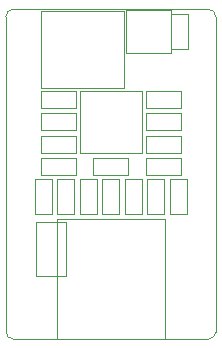
<source format=gbr>
%TF.GenerationSoftware,KiCad,Pcbnew,5.1.5+dfsg1-2~bpo10+1*%
%TF.CreationDate,Date%
%TF.ProjectId,ProMicro_LIPO,50726f4d-6963-4726-9f5f-4c49504f2e6b,v1.6*%
%TF.SameCoordinates,Original*%
%TF.FileFunction,Other,User*%
%FSLAX45Y45*%
G04 Gerber Fmt 4.5, Leading zero omitted, Abs format (unit mm)*
G04 Created by KiCad*
%MOMM*%
%LPD*%
G04 APERTURE LIST*
%ADD10C,0.100000*%
%ADD11C,0.050000*%
G04 APERTURE END LIST*
D10*
X-127000Y-63500D02*
X-127000Y2603500D01*
X1651000Y2603500D02*
X1651000Y-63500D01*
X1651000Y-63500D02*
G75*
G02X1587500Y-127000I-63500J0D01*
G01*
X-63500Y-127000D02*
G75*
G02X-127000Y-63500I0J63500D01*
G01*
X-127000Y2603500D02*
G75*
G02X-63500Y2667000I63500J0D01*
G01*
X1587500Y2667000D02*
G75*
G02X1651000Y2603500I0J-63500D01*
G01*
X1587500Y2667000D02*
X-63500Y2667000D01*
X-63500Y-127000D02*
X1587500Y-127000D01*
D11*
X870700Y2649100D02*
X170700Y2649100D01*
X170700Y1999100D02*
X870700Y1999100D01*
X170700Y2649100D02*
X170700Y1999100D01*
X870700Y1999100D02*
X870700Y2649100D01*
X169500Y1978000D02*
X465500Y1978000D01*
X169500Y1832000D02*
X169500Y1978000D01*
X465500Y1832000D02*
X169500Y1832000D01*
X465500Y1978000D02*
X465500Y1832000D01*
X1354500Y1832000D02*
X1058500Y1832000D01*
X1354500Y1978000D02*
X1354500Y1832000D01*
X1058500Y1978000D02*
X1354500Y1978000D01*
X1058500Y1832000D02*
X1058500Y1978000D01*
X1354500Y1641500D02*
X1058500Y1641500D01*
X1354500Y1787500D02*
X1354500Y1641500D01*
X1058500Y1787500D02*
X1354500Y1787500D01*
X1058500Y1641500D02*
X1058500Y1787500D01*
X498500Y931500D02*
X498500Y1227500D01*
X644500Y931500D02*
X498500Y931500D01*
X644500Y1227500D02*
X644500Y931500D01*
X498500Y1227500D02*
X644500Y1227500D01*
X169500Y1787500D02*
X465500Y1787500D01*
X169500Y1641500D02*
X169500Y1787500D01*
X465500Y1641500D02*
X169500Y1641500D01*
X465500Y1787500D02*
X465500Y1641500D01*
X1354500Y1260500D02*
X1058500Y1260500D01*
X1354500Y1406500D02*
X1354500Y1260500D01*
X1058500Y1406500D02*
X1354500Y1406500D01*
X1058500Y1260500D02*
X1058500Y1406500D01*
X1058500Y1597000D02*
X1354500Y1597000D01*
X1058500Y1451000D02*
X1058500Y1597000D01*
X1354500Y1451000D02*
X1058500Y1451000D01*
X1354500Y1597000D02*
X1354500Y1451000D01*
X465500Y1451000D02*
X169500Y1451000D01*
X465500Y1597000D02*
X465500Y1451000D01*
X169500Y1597000D02*
X465500Y1597000D01*
X169500Y1451000D02*
X169500Y1597000D01*
X169500Y1406500D02*
X465500Y1406500D01*
X169500Y1260500D02*
X169500Y1406500D01*
X465500Y1260500D02*
X169500Y1260500D01*
X465500Y1406500D02*
X465500Y1260500D01*
X614000Y1406500D02*
X910000Y1406500D01*
X614000Y1260500D02*
X614000Y1406500D01*
X910000Y1260500D02*
X614000Y1260500D01*
X910000Y1406500D02*
X910000Y1260500D01*
X1419200Y2624500D02*
X1419200Y2328500D01*
X1273200Y2624500D02*
X1419200Y2624500D01*
X1273200Y2328500D02*
X1273200Y2624500D01*
X1419200Y2328500D02*
X1273200Y2328500D01*
X1024000Y1452500D02*
X1024000Y1976500D01*
X500000Y1452500D02*
X1024000Y1452500D01*
X500000Y1976500D02*
X500000Y1452500D01*
X1024000Y1976500D02*
X500000Y1976500D01*
X889500Y2296500D02*
X889500Y2656500D01*
X1269500Y2296500D02*
X889500Y2296500D01*
X1269500Y2656500D02*
X1269500Y2296500D01*
X889500Y2656500D02*
X1269500Y2656500D01*
X129000Y405000D02*
X129000Y865000D01*
X129000Y405000D02*
X379000Y405000D01*
X379000Y865000D02*
X129000Y865000D01*
X379000Y865000D02*
X379000Y405000D01*
X1222000Y891000D02*
X302000Y891000D01*
X1222000Y-129000D02*
X1222000Y891000D01*
X302000Y-129000D02*
X1222000Y-129000D01*
X302000Y891000D02*
X302000Y-129000D01*
X263500Y1227500D02*
X263500Y931500D01*
X117500Y1227500D02*
X263500Y1227500D01*
X117500Y931500D02*
X117500Y1227500D01*
X263500Y931500D02*
X117500Y931500D01*
X308000Y931500D02*
X308000Y1227500D01*
X454000Y931500D02*
X308000Y931500D01*
X454000Y1227500D02*
X454000Y931500D01*
X308000Y1227500D02*
X454000Y1227500D01*
X1216000Y1227500D02*
X1216000Y931500D01*
X1070000Y1227500D02*
X1216000Y1227500D01*
X1070000Y931500D02*
X1070000Y1227500D01*
X1216000Y931500D02*
X1070000Y931500D01*
X835000Y1227500D02*
X835000Y931500D01*
X689000Y1227500D02*
X835000Y1227500D01*
X689000Y931500D02*
X689000Y1227500D01*
X835000Y931500D02*
X689000Y931500D01*
X1025500Y1227500D02*
X1025500Y931500D01*
X879500Y1227500D02*
X1025500Y1227500D01*
X879500Y931500D02*
X879500Y1227500D01*
X1025500Y931500D02*
X879500Y931500D01*
X1260500Y931500D02*
X1260500Y1227500D01*
X1406500Y931500D02*
X1260500Y931500D01*
X1406500Y1227500D02*
X1406500Y931500D01*
X1260500Y1227500D02*
X1406500Y1227500D01*
M02*

</source>
